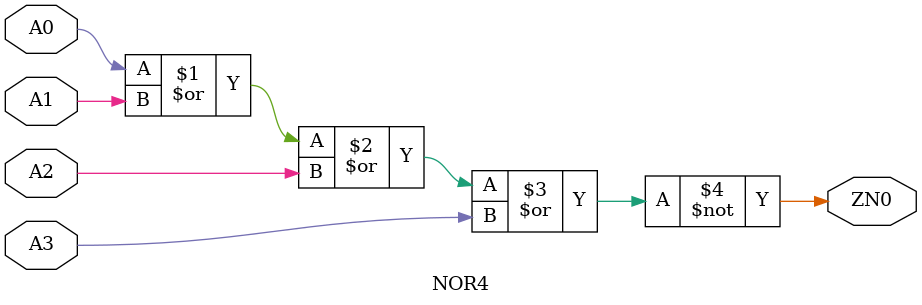
<source format=v>
module NOR4 (ZN0, A0, A1, A2, A3);
    input  A0;
    input  A1;
    input  A2;
    input  A3;

    output  ZN0;

    nor INST1 (ZN0, A0, A1, A2, A3);
endmodule

</source>
